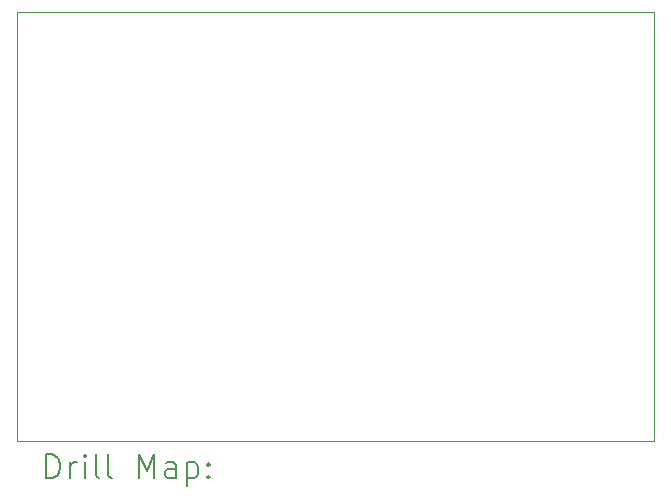
<source format=gbr>
%FSLAX45Y45*%
G04 Gerber Fmt 4.5, Leading zero omitted, Abs format (unit mm)*
G04 Created by KiCad (PCBNEW (6.0.5)) date 2022-05-08 20:17:06*
%MOMM*%
%LPD*%
G01*
G04 APERTURE LIST*
%TA.AperFunction,Profile*%
%ADD10C,0.100000*%
%TD*%
%ADD11C,0.200000*%
G04 APERTURE END LIST*
D10*
X8000000Y-9500000D02*
X13400000Y-9500000D01*
X13400000Y-9500000D02*
X13400000Y-13130000D01*
X13400000Y-13130000D02*
X8000000Y-13130000D01*
X8000000Y-13130000D02*
X8000000Y-9500000D01*
D11*
X8252619Y-13445476D02*
X8252619Y-13245476D01*
X8300238Y-13245476D01*
X8328809Y-13255000D01*
X8347857Y-13274048D01*
X8357381Y-13293095D01*
X8366905Y-13331190D01*
X8366905Y-13359762D01*
X8357381Y-13397857D01*
X8347857Y-13416905D01*
X8328809Y-13435952D01*
X8300238Y-13445476D01*
X8252619Y-13445476D01*
X8452619Y-13445476D02*
X8452619Y-13312143D01*
X8452619Y-13350238D02*
X8462143Y-13331190D01*
X8471667Y-13321667D01*
X8490714Y-13312143D01*
X8509762Y-13312143D01*
X8576429Y-13445476D02*
X8576429Y-13312143D01*
X8576429Y-13245476D02*
X8566905Y-13255000D01*
X8576429Y-13264524D01*
X8585952Y-13255000D01*
X8576429Y-13245476D01*
X8576429Y-13264524D01*
X8700238Y-13445476D02*
X8681190Y-13435952D01*
X8671667Y-13416905D01*
X8671667Y-13245476D01*
X8805000Y-13445476D02*
X8785952Y-13435952D01*
X8776429Y-13416905D01*
X8776429Y-13245476D01*
X9033571Y-13445476D02*
X9033571Y-13245476D01*
X9100238Y-13388333D01*
X9166905Y-13245476D01*
X9166905Y-13445476D01*
X9347857Y-13445476D02*
X9347857Y-13340714D01*
X9338333Y-13321667D01*
X9319286Y-13312143D01*
X9281190Y-13312143D01*
X9262143Y-13321667D01*
X9347857Y-13435952D02*
X9328810Y-13445476D01*
X9281190Y-13445476D01*
X9262143Y-13435952D01*
X9252619Y-13416905D01*
X9252619Y-13397857D01*
X9262143Y-13378809D01*
X9281190Y-13369286D01*
X9328810Y-13369286D01*
X9347857Y-13359762D01*
X9443095Y-13312143D02*
X9443095Y-13512143D01*
X9443095Y-13321667D02*
X9462143Y-13312143D01*
X9500238Y-13312143D01*
X9519286Y-13321667D01*
X9528810Y-13331190D01*
X9538333Y-13350238D01*
X9538333Y-13407381D01*
X9528810Y-13426428D01*
X9519286Y-13435952D01*
X9500238Y-13445476D01*
X9462143Y-13445476D01*
X9443095Y-13435952D01*
X9624048Y-13426428D02*
X9633571Y-13435952D01*
X9624048Y-13445476D01*
X9614524Y-13435952D01*
X9624048Y-13426428D01*
X9624048Y-13445476D01*
X9624048Y-13321667D02*
X9633571Y-13331190D01*
X9624048Y-13340714D01*
X9614524Y-13331190D01*
X9624048Y-13321667D01*
X9624048Y-13340714D01*
M02*

</source>
